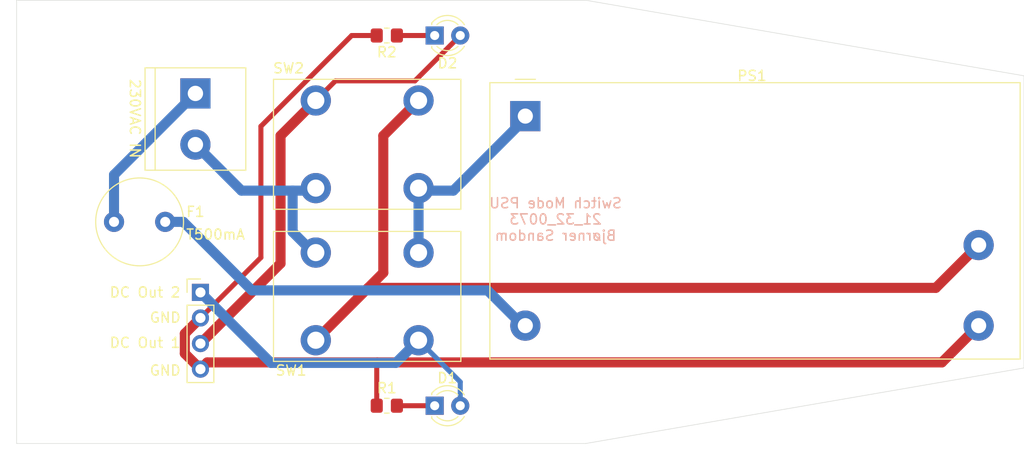
<source format=kicad_pcb>
(kicad_pcb (version 20221018) (generator pcbnew)
  (layers (0 "F.Cu" signal) (31 "B.Cu" signal) (34 "B.Paste" user) (35 "F.Paste" user) (36 "B.SilkS" user "B.Silkscreen") (37 "F.SilkS" user "F.Silkscreen") (38 "B.Mask" user) (39 "F.Mask" user) (44 "Edge.Cuts" user))
  (net 0 "")
  (net 1 "Net-(F1-Pad2)")
  (net 2 "Net-(F1-Pad1)")
  (net 3 "Net-(J2-Pad2)")
  (net 4 "Net-(PS1-Pad1)")
  (net 5 "Net-(PS1-Pad4)")
  (net 6 "Net-(J1-Pad2)")
  (net 7 "Net-(D1-Pad2)")
  (net 8 "Net-(D1-Pad1)")
  (net 9 "Net-(D2-Pad2)")
  (net 10 "Net-(D2-Pad1)")
  (footprint "myDevices:TerminalBlock_LCSC_P5.08mm" (layer "F.Cu") (at 156.75 82.75 -90)
    (fp_text reference "J1" hide)
    (fp_text value "230VAC IN")
    (fp_line (start -2.54 -5) (end -2.54 5) (stroke (width 0.12)) (layer "F.SilkS"))
    (fp_line (start -2.54 5) (end 7.62 5) (stroke (width 0.12)) (layer "F.SilkS"))
    (fp_line (start 7.62 -5) (end -2.54 -5) (stroke (width 0.12)) (layer "F.SilkS"))
    (fp_line (start 7.62 4) (end -2.54 4) (stroke (width 0.12)) (layer "F.SilkS"))
    (fp_line (start 7.62 5) (end 7.62 -5) (stroke (width 0.12)) (layer "F.SilkS"))
    (pad "1" thru_hole rect (at 0 0 270) (size 3 3) (drill 1.52) (layers "*.Cu" "*.Mask") (net 1 "Net-(F1-Pad2)"))
    (pad "2" thru_hole circle (at 5.08 0 270) (size 3 3) (drill 1.52) (layers "*.Cu" "*.Mask") (net 6 "Net-(J1-Pad2)"))
  )
  (footprint "Connector_PinHeader_2.54mm:PinHeader_1x04_P2.54mm_Vertical" (layer "F.Cu") (at 157.25 102.5)
    (fp_text reference "J2" hide)
    (fp_text value "Conn_01x04")
    (fp_line (start -1.33 -1.33) (end 0 -1.33) (stroke (width 0.12)) (layer "F.SilkS"))
    (fp_line (start -1.33 0) (end -1.33 -1.33) (stroke (width 0.12)) (layer "F.SilkS"))
    (fp_line (start -1.33 1.27) (end -1.33 8.95) (stroke (width 0.12)) (layer "F.SilkS"))
    (fp_line (start -1.33 1.27) (end 1.33 1.27) (stroke (width 0.12)) (layer "F.SilkS"))
    (fp_line (start -1.33 8.95) (end 1.33 8.95) (stroke (width 0.12)) (layer "F.SilkS"))
    (fp_line (start 1.33 1.27) (end 1.33 8.95) (stroke (width 0.12)) (layer "F.SilkS"))
    (pad "1" thru_hole rect (at 0 0) (size 1.7 1.7) (drill 1) (layers "*.Cu" "*.Mask") (net 7 "Net-(D1-Pad2)"))
    (pad "2" thru_hole oval (at 0 2.54) (size 1.7 1.7) (drill 1) (layers "*.Cu" "*.Mask") (net 3 "Net-(J2-Pad2)"))
    (pad "3" thru_hole oval (at 0 5.08) (size 1.7 1.7) (drill 1) (layers "*.Cu" "*.Mask") (net 9 "Net-(D2-Pad2)"))
    (pad "4" thru_hole oval (at 0 7.62) (size 1.7 1.7) (drill 1) (layers "*.Cu" "*.Mask") (net 3 "Net-(J2-Pad2)"))
  )
  (footprint "MountingHole:MountingHole_3.2mm_M3" (layer "F.Cu") (at 149.5 77)
    (fp_text reference "H1" hide)
    (fp_text value "MountingHole")
    (pad "" np_thru_hole circle (at 0 0) (size 3.2 3.2) (drill 3.2) (layers "*.Cu" "*.Mask"))
  )
  (footprint "MountingHole:MountingHole_3.2mm_M3" (layer "F.Cu") (at 149.5 114)
    (fp_text reference "H2" hide)
    (fp_text value "MountingHole")
    (pad "" np_thru_hole circle (at 0 0) (size 3.2 3.2) (drill 3.2) (layers "*.Cu" "*.Mask"))
  )
  (footprint "MountingHole:MountingHole_3.2mm_M3" (layer "F.Cu") (at 191.75 77)
    (fp_text reference "H3" hide)
    (fp_text value "MountingHole")
    (pad "" np_thru_hole circle (at 0 0) (size 3.2 3.2) (drill 3.2) (layers "*.Cu" "*.Mask"))
  )
  (footprint "MountingHole:MountingHole_3.2mm_M3" (layer "F.Cu") (at 191.75 113.75)
    (fp_text reference "H4" hide)
    (fp_text value "MountingHole")
    (pad "" np_thru_hole circle (at 0 0) (size 3.2 3.2) (drill 3.2) (layers "*.Cu" "*.Mask"))
  )
  (footprint "myDevices:Switch_rocker_DPST" (layer "F.Cu") (at 168.7 98.55)
    (fp_text reference "SW1" (at -2.45 11.7) (layer "F.SilkS"))
    (fp_text value "SW_DPST_x2")
    (fp_line (start -4.2 -2.1) (end -4.2 10.8) (stroke (width 0.12)) (layer "F.SilkS"))
    (fp_line (start -4.2 -2.1) (end 14.4 -2.1) (stroke (width 0.12)) (layer "F.SilkS"))
    (fp_line (start -4.2 10.8) (end 14.4 10.8) (stroke (width 0.12)) (layer "F.SilkS"))
    (fp_line (start 14.4 -2.1) (end 14.4 10.8) (stroke (width 0.12)) (layer "F.SilkS"))
    (pad "1" thru_hole circle (at 0 0) (size 3 3) (drill 1.7) (layers "*.Cu" "*.Mask") (net 6 "Net-(J1-Pad2)"))
    (pad "2" thru_hole circle (at 10.2 0) (size 3 3) (drill 1.7) (layers "*.Cu" "*.Mask") (net 4 "Net-(PS1-Pad1)"))
    (pad "3" thru_hole circle (at 0 8.7) (size 3 3) (drill 1.7) (layers "*.Cu" "*.Mask") (net 5 "Net-(PS1-Pad4)"))
    (pad "4" thru_hole circle (at 10.2 8.7) (size 3 3) (drill 1.7) (layers "*.Cu" "*.Mask") (net 7 "Net-(D1-Pad2)"))
  )
  (footprint "myDevices:Switch_rocker_DPST" (layer "F.Cu") (at 178.9 92.15 180)
    (fp_text reference "SW2" (at 12.9 11.9) (layer "F.SilkS"))
    (fp_text value "SW_DPST_x2")
    (fp_line (start -4.2 -2.1) (end -4.2 10.8) (stroke (width 0.12)) (layer "F.SilkS"))
    (fp_line (start -4.2 -2.1) (end 14.4 -2.1) (stroke (width 0.12)) (layer "F.SilkS"))
    (fp_line (start -4.2 10.8) (end 14.4 10.8) (stroke (width 0.12)) (layer "F.SilkS"))
    (fp_line (start 14.4 -2.1) (end 14.4 10.8) (stroke (width 0.12)) (layer "F.SilkS"))
    (pad "1" thru_hole circle (at 0 0 180) (size 3 3) (drill 1.7) (layers "*.Cu" "*.Mask") (net 4 "Net-(PS1-Pad1)"))
    (pad "2" thru_hole circle (at 10.2 0 180) (size 3 3) (drill 1.7) (layers "*.Cu" "*.Mask") (net 6 "Net-(J1-Pad2)"))
    (pad "3" thru_hole circle (at 0 8.7 180) (size 3 3) (drill 1.7) (layers "*.Cu" "*.Mask") (net 5 "Net-(PS1-Pad4)"))
    (pad "4" thru_hole circle (at 10.2 8.7 180) (size 3 3) (drill 1.7) (layers "*.Cu" "*.Mask") (net 9 "Net-(D2-Pad2)"))
  )
  (footprint "LED_THT:LED_D3.0mm" (layer "F.Cu") (at 180.5 113.75)
    (fp_text reference "D1" (at 1.25 -2.75) (layer "F.SilkS"))
    (fp_text value "LED")
    (fp_line (start -0.29 -1.236) (end -0.29 -1.08) (stroke (width 0.12)) (layer "F.SilkS"))
    (fp_line (start -0.29 1.08) (end -0.29 1.236) (stroke (width 0.12)) (layer "F.SilkS"))
    (fp_arc (start -0.29 -1.235516) (mid 1.366487 -1.987659) (end 2.942335 -1.078608) (stroke (width 0.12)) (layer "F.SilkS"))
    (fp_arc (start 0.229039 -1.08) (mid 1.270117 -1.5) (end 2.31113 -1.079837) (stroke (width 0.12)) (layer "F.SilkS"))
    (fp_arc (start 2.31113 1.079837) (mid 1.270117 1.5) (end 0.229039 1.08) (stroke (width 0.12)) (layer "F.SilkS"))
    (fp_arc (start 2.942335 1.078608) (mid 1.366487 1.987659) (end -0.29 1.235516) (stroke (width 0.12)) (layer "F.SilkS"))
    (pad "1" thru_hole rect (at 0 0) (size 1.8 1.8) (drill 0.9) (layers "*.Cu" "*.Mask") (net 8 "Net-(D1-Pad1)"))
    (pad "2" thru_hole circle (at 2.54 0) (size 1.8 1.8) (drill 0.9) (layers "*.Cu" "*.Mask") (net 7 "Net-(D1-Pad2)"))
  )
  (footprint "Resistor_SMD:R_0805_2012Metric_Pad1.20x1.40mm_HandSolder" (layer "F.Cu") (at 175.75 113.75 180)
    (fp_text reference "R1" (at 0 1.75) (layer "F.SilkS"))
    (fp_text value "2kΩ")
    (fp_line (start -0.227064 -0.735) (end 0.227064 -0.735) (stroke (width 0.12)) (layer "F.SilkS"))
    (fp_line (start -0.227064 0.735) (end 0.227064 0.735) (stroke (width 0.12)) (layer "F.SilkS"))
    (pad "1" smd roundrect (at -1 0 180) (size 1.2 1.4) (layers "F.Cu" "F.Paste" "F.Mask") (roundrect_rratio 0.2083325) (net 8 "Net-(D1-Pad1)"))
    (pad "2" smd roundrect (at 1 0 180) (size 1.2 1.4) (layers "F.Cu" "F.Paste" "F.Mask") (roundrect_rratio 0.2083325) (net 3 "Net-(J2-Pad2)"))
  )
  (footprint "Resistor_SMD:R_0805_2012Metric_Pad1.20x1.40mm_HandSolder" (layer "F.Cu") (at 175.75 77 180)
    (fp_text reference "R2" (at 0 -1.65) (layer "F.SilkS"))
    (fp_text value "2kΩ")
    (fp_line (start -0.227064 -0.735) (end 0.227064 -0.735) (stroke (width 0.12)) (layer "F.SilkS"))
    (fp_line (start -0.227064 0.735) (end 0.227064 0.735) (stroke (width 0.12)) (layer "F.SilkS"))
    (pad "1" smd roundrect (at -1 0 180) (size 1.2 1.4) (layers "F.Cu" "F.Paste" "F.Mask") (roundrect_rratio 0.2083325) (net 10 "Net-(D2-Pad1)"))
    (pad "2" smd roundrect (at 1 0 180) (size 1.2 1.4) (layers "F.Cu" "F.Paste" "F.Mask") (roundrect_rratio 0.2083325) (net 3 "Net-(J2-Pad2)"))
  )
  (footprint "MountingHole:MountingHole_3.2mm_M3" (layer "F.Cu") (at 142.5 77)
    (fp_text reference "H5" hide)
    (fp_text value "MountingHole")
    (pad "" np_thru_hole circle (at 0 0) (size 3.2 3.2) (drill 3.2) (layers "*.Cu" "*.Mask"))
  )
  (footprint "MountingHole:MountingHole_3.2mm_M3" (layer "F.Cu") (at 142.5 92)
    (fp_text reference "H6" hide)
    (fp_text value "MountingHole")
    (pad "" np_thru_hole circle (at 0 0) (size 3.2 3.2) (drill 3.2) (layers "*.Cu" "*.Mask"))
  )
  (footprint "MountingHole:MountingHole_3.2mm_M3" (layer "F.Cu") (at 142.5 99)
    (fp_text reference "H7" hide)
    (fp_text value "MountingHole")
    (pad "" np_thru_hole circle (at 0 0) (size 3.2 3.2) (drill 3.2) (layers "*.Cu" "*.Mask"))
  )
  (footprint "MountingHole:MountingHole_3.2mm_M3" (layer "F.Cu") (at 142.5 114)
    (fp_text reference "H8" hide)
    (fp_text value "MountingHole")
    (pad "" np_thru_hole circle (at 0 0) (size 3.2 3.2) (drill 3.2) (layers "*.Cu" "*.Mask"))
  )
  (footprint "LED_THT:LED_D3.0mm" (layer "F.Cu") (at 180.5 77)
    (fp_text reference "D2" (at 1.27 2.75) (layer "F.SilkS"))
    (fp_text value "LED")
    (fp_line (start -0.29 -1.236) (end -0.29 -1.08) (stroke (width 0.12)) (layer "F.SilkS"))
    (fp_line (start -0.29 1.08) (end -0.29 1.236) (stroke (width 0.12)) (layer "F.SilkS"))
    (fp_arc (start -0.29 -1.235516) (mid 1.366487 -1.987659) (end 2.942335 -1.078608) (stroke (width 0.12)) (layer "F.SilkS"))
    (fp_arc (start 0.229039 -1.08) (mid 1.270117 -1.5) (end 2.31113 -1.079837) (stroke (width 0.12)) (layer "F.SilkS"))
    (fp_arc (start 2.31113 1.079837) (mid 1.270117 1.5) (end 0.229039 1.08) (stroke (width 0.12)) (layer "F.SilkS"))
    (fp_arc (start 2.942335 1.078608) (mid 1.366487 1.987659) (end -0.29 1.235516) (stroke (width 0.12)) (layer "F.SilkS"))
    (pad "1" thru_hole rect (at 0 0) (size 1.8 1.8) (drill 0.9) (layers "*.Cu" "*.Mask") (net 10 "Net-(D2-Pad1)"))
    (pad "2" thru_hole circle (at 2.54 0) (size 1.8 1.8) (drill 0.9) (layers "*.Cu" "*.Mask") (net 9 "Net-(D2-Pad2)"))
  )
  (footprint "Converter_ACDC:Converter_ACDC_MeanWell_IRM-20-xx_THT" (layer "F.Cu") (at 189.5 85)
    (fp_text reference "PS1" (at 22.5 -4) (layer "F.SilkS"))
    (fp_text value "MPM-15-12")
    (fp_line (start -3.52 -3.32) (end -3.52 24.12) (stroke (width 0.12)) (layer "F.SilkS"))
    (fp_line (start -3.52 -3.32) (end 49.12 -3.32) (stroke (width 0.12)) (layer "F.SilkS"))
    (fp_line (start -3.52 24.12) (end 49.12 24.12) (stroke (width 0.12)) (layer "F.SilkS"))
    (fp_line (start 1 -3.65) (end -1 -3.65) (stroke (width 0.12)) (layer "F.SilkS"))
    (fp_line (start 49.12 -3.32) (end 49.12 24.12) (stroke (width 0.12)) (layer "F.SilkS"))
    (pad "1" thru_hole rect (at 0 0) (size 3 3) (drill 1.5) (layers "*.Cu" "*.Mask") (net 4 "Net-(PS1-Pad1)"))
    (pad "2" thru_hole circle (at 0 20.8) (size 3 3) (drill 1.5) (layers "*.Cu" "*.Mask") (net 2 "Net-(F1-Pad1)"))
    (pad "3" thru_hole circle (at 45 20.8) (size 3 3) (drill 1.5) (layers "*.Cu" "*.Mask") (net 3 "Net-(J2-Pad2)"))
    (pad "4" thru_hole circle (at 45 12.8) (size 3 3) (drill 1.5) (layers "*.Cu" "*.Mask") (net 5 "Net-(PS1-Pad4)"))
  )
  (footprint "Fuse:Fuse_Littelfuse_372_D8.50mm" (layer "F.Cu") (at 153.75 95.5 180)
    (fp_text reference "F1" (at -3 1) (layer "F.SilkS"))
    (fp_text value "T500mA")
    (fp_circle (center 2.54 0) (end 6.9 0) (stroke (width 0.12)) (fill none) (layer "F.SilkS"))
    (pad "1" thru_hole circle (at 0 0 180) (size 2 2) (drill 1) (layers "*.Cu" "*.Mask") (net 2 "Net-(F1-Pad1)"))
    (pad "2" thru_hole circle (at 5.08 0 180) (size 2 2) (drill 1) (layers "*.Cu" "*.Mask") (net 1 "Net-(F1-Pad2)"))
  )
  (gr_line (start 139 117.5) (end 139 73.5) (stroke (width 0.05)) (layer "Edge.Cuts"))
  (gr_line (start 239 110) (end 239 81) (stroke (width 0.05)) (layer "Edge.Cuts"))
  (gr_line (start 195.5 73.5) (end 239 81) (stroke (width 0.05)) (layer "Edge.Cuts"))
  (gr_line (start 195.5 117.5) (end 239 110) (stroke (width 0.05)) (layer "Edge.Cuts"))
  (gr_line (start 139 117.5) (end 195.5 117.5) (stroke (width 0.05)) (layer "Edge.Cuts"))
  (gr_line (start 139 73.5) (end 195.5 73.5) (stroke (width 0.05)) (layer "Edge.Cuts"))
  (gr_text "Switch Mode PSU\n21_32_0073\nBjørner Sandom" (at 192.5 95.25) (layer "B.SilkS") (effects (font (size 1 1)) (justify mirror)))
  (gr_text "GND" (at 153.75 105) (layer "F.SilkS") (effects (font (size 1 1))))
  (gr_text "GND" (at 153.75 110.25) (layer "F.SilkS") (effects (font (size 1 1))))
  (gr_text "DC Out 2" (at 151.75 102.5) (layer "F.SilkS") (effects (font (size 1 1))))
  (gr_text "230VAC IN" (at 150.75 85.25 270) (layer "F.SilkS") (effects (font (size 1 1))))
  (gr_text "DC Out 1" (at 151.75 107.5) (layer "F.SilkS") (effects (font (size 1 1))))
  (gr_text "T500mA" (at 158.75 96.75) (layer "F.SilkS") (effects (font (size 1 1))))
  (segment (start 148.67 90.83) (end 156.75 82.75) (width 1) (layer "B.Cu") (net 1))
  (segment (start 148.67 95.5) (end 148.67 90.83) (width 1) (layer "B.Cu") (net 1))
  (segment (start 162.350003 102.300001) (end 155.550002 95.5) (width 1) (layer "B.Cu") (net 2))
  (segment (start 185.750001 102.300001) (end 162.350003 102.300001) (width 1) (layer "B.Cu") (net 2))
  (segment (start 155.550002 95.5) (end 153.75 95.5) (width 1) (layer "B.Cu") (net 2))
  (segment (start 189.5 106.05) (end 185.750001 102.300001) (width 1) (layer "B.Cu") (net 2))
  (segment (start 174.75 77) (end 172.263998 77) (width 0.5) (layer "F.Cu") (net 3))
  (segment (start 163.25 86.013998) (end 163.25 99.04) (width 0.5) (layer "F.Cu") (net 3))
  (segment (start 234.5 105.8) (end 230.849999 109.450001) (width 1) (layer "F.Cu") (net 3))
  (segment (start 163.25 99.04) (end 157.25 105.04) (width 0.5) (layer "F.Cu") (net 3))
  (segment (start 157.919999 109.450001) (end 157.25 110.12) (width 1) (layer "F.Cu") (net 3))
  (segment (start 230.849999 109.450001) (end 174.799999 109.450001) (width 1) (layer "F.Cu") (net 3))
  (segment (start 155.699999 106.590001) (end 157.25 105.04) (width 1) (layer "F.Cu") (net 3))
  (segment (start 172.263998 77) (end 163.25 86.013998) (width 0.5) (layer "F.Cu") (net 3))
  (segment (start 174.75 113.75) (end 174.75 109.5) (width 0.5) (layer "F.Cu") (net 3))
  (segment (start 157.25 110.12) (end 155.699999 108.569999) (width 1) (layer "F.Cu") (net 3))
  (segment (start 174.799999 109.450001) (end 157.919999 109.450001) (width 1) (layer "F.Cu") (net 3))
  (segment (start 174.75 109.5) (end 174.799999 109.450001) (width 0.5) (layer "F.Cu") (net 3))
  (segment (start 155.699999 108.569999) (end 155.699999 106.590001) (width 1) (layer "F.Cu") (net 3))
  (segment (start 182.35 92.4) (end 189.5 85.25) (width 1) (layer "B.Cu") (net 4))
  (segment (start 178.9 92.4) (end 182.35 92.4) (width 1) (layer "B.Cu") (net 4))
  (segment (start 178.9 98.8) (end 178.9 92.4) (width 1) (layer "B.Cu") (net 4))
  (segment (start 175.399999 100.550001) (end 175.399999 86.950001) (width 1) (layer "F.Cu") (net 5))
  (segment (start 175.399999 86.950001) (end 178.9 83.45) (width 1) (layer "F.Cu") (net 5))
  (segment (start 234.5 97.8) (end 230.249999 102.050001) (width 1) (layer "F.Cu") (net 5))
  (segment (start 173.899999 102.050001) (end 173.725 102.225) (width 1) (layer "F.Cu") (net 5))
  (segment (start 168.7 107.25) (end 173.725 102.225) (width 1) (layer "F.Cu") (net 5))
  (segment (start 173.725 102.225) (end 175.399999 100.550001) (width 1) (layer "F.Cu") (net 5))
  (segment (start 230.249999 102.050001) (end 173.899999 102.050001) (width 1) (layer "F.Cu") (net 5))
  (segment (start 161.32 92.4) (end 156.75 87.83) (width 1) (layer "B.Cu") (net 6))
  (segment (start 168.7 92.4) (end 166.4 92.4) (width 1) (layer "B.Cu") (net 6))
  (segment (start 166.4 92.4) (end 166.4 96.5) (width 1) (layer "B.Cu") (net 6))
  (segment (start 166.4 92.4) (end 161.32 92.4) (width 1) (layer "B.Cu") (net 6))
  (segment (start 166.4 96.5) (end 168.7 98.8) (width 1) (layer "B.Cu") (net 6))
  (segment (start 176.65 109.5) (end 178.9 107.25) (width 1) (layer "B.Cu") (net 7))
  (segment (start 183.04 113.75) (end 183.04 111.39) (width 0.5) (layer "B.Cu") (net 7))
  (segment (start 183.04 111.39) (end 178.9 107.25) (width 0.5) (layer "B.Cu") (net 7))
  (segment (start 164.25 109.5) (end 176.65 109.5) (width 1) (layer "B.Cu") (net 7))
  (segment (start 157.25 102.5) (end 164.25 109.5) (width 1) (layer "B.Cu") (net 7))
  (segment (start 176.75 113.75) (end 180.5 113.75) (width 0.5) (layer "F.Cu") (net 8))
  (segment (start 168.7 83.45) (end 170.650001 81.499999) (width 0.5) (layer "F.Cu") (net 9))
  (segment (start 168.7 83.45) (end 165.199999 86.950001) (width 1) (layer "F.Cu") (net 9))
  (segment (start 165.199999 86.950001) (end 165.199999 99.630001) (width 1) (layer "F.Cu") (net 9))
  (segment (start 170.650001 81.499999) (end 178.540001 81.499999) (width 0.5) (layer "F.Cu") (net 9))
  (segment (start 178.540001 81.499999) (end 183.04 77) (width 0.5) (layer "F.Cu") (net 9))
  (segment (start 165.199999 99.630001) (end 157.25 107.58) (width 1) (layer "F.Cu") (net 9))
  (segment (start 176.75 77) (end 180.5 77) (width 0.5) (layer "F.Cu") (net 10))
)
</source>
